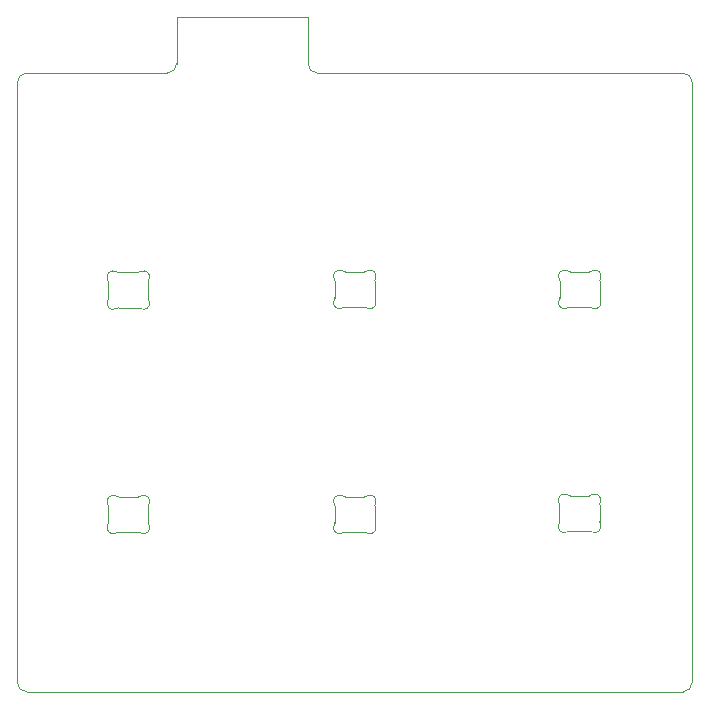
<source format=gbr>
G04 #@! TF.GenerationSoftware,KiCad,Pcbnew,8.0.2*
G04 #@! TF.CreationDate,2024-06-23T16:14:43-05:00*
G04 #@! TF.ProjectId,6KeyMacroPad,364b6579-4d61-4637-926f-5061642e6b69,rev?*
G04 #@! TF.SameCoordinates,Original*
G04 #@! TF.FileFunction,Profile,NP*
%FSLAX46Y46*%
G04 Gerber Fmt 4.6, Leading zero omitted, Abs format (unit mm)*
G04 Created by KiCad (PCBNEW 8.0.2) date 2024-06-23 16:14:43*
%MOMM*%
%LPD*%
G01*
G04 APERTURE LIST*
G04 #@! TA.AperFunction,Profile*
%ADD10C,0.050000*%
G04 #@! TD*
G04 #@! TA.AperFunction,Profile*
%ADD11C,0.100000*%
G04 #@! TD*
G04 APERTURE END LIST*
D10*
X142868750Y-119062500D02*
G75*
G02*
X142075000Y-118268750I50J793800D01*
G01*
X198437500Y-66675000D02*
G75*
G02*
X199231300Y-67468750I0J-793800D01*
G01*
X199231250Y-67468750D02*
X199225000Y-118268750D01*
X155575000Y-65881250D02*
G75*
G02*
X154781250Y-66675000I-793700J-50D01*
G01*
X142080664Y-72231250D02*
X142075000Y-118268750D01*
X199225000Y-118268750D02*
G75*
G02*
X198431250Y-119062500I-793800J50D01*
G01*
X142868750Y-119062500D02*
X198431250Y-119062500D01*
X155575000Y-65881250D02*
X155575000Y-61912500D01*
X142081250Y-67468750D02*
G75*
G02*
X142875000Y-66675050I793750J-50D01*
G01*
X142081250Y-67468750D02*
X142080664Y-72231250D01*
X167481250Y-66675000D02*
G75*
G02*
X166687500Y-65881250I50J793800D01*
G01*
X142875000Y-66675000D02*
X154781250Y-66675000D01*
X155575000Y-61912500D02*
X166687500Y-61912500D01*
X198437500Y-66675000D02*
X167481250Y-66675000D01*
X166687500Y-61912500D02*
X166687500Y-65881250D01*
D11*
X188006251Y-85699092D02*
X188006251Y-84293408D01*
X188911798Y-83496251D02*
X190500703Y-83496251D01*
X190500702Y-86496250D02*
X188911798Y-86496250D01*
X191406249Y-84293408D02*
X191406249Y-85699092D01*
X187956766Y-84076530D02*
G75*
G02*
X188006251Y-84293408I-450505J-216876D01*
G01*
X187956766Y-84076530D02*
G75*
G02*
X188659539Y-83427951I450515J216878D01*
G01*
X188006251Y-85699093D02*
G75*
G02*
X187956766Y-85915970I-499990J-1D01*
G01*
X188659539Y-86564547D02*
G75*
G02*
X187956766Y-85915970I-252258J431700D01*
G01*
X188659540Y-86564549D02*
G75*
G02*
X188911798Y-86496250I252261J-431710D01*
G01*
X188911797Y-83496250D02*
G75*
G02*
X188659539Y-83427951I3J500009D01*
G01*
X190500702Y-86496250D02*
G75*
G02*
X190752961Y-86564549I-2J-500011D01*
G01*
X190752961Y-83427952D02*
G75*
G02*
X190500703Y-83496251I-252261J431711D01*
G01*
X190752961Y-83427952D02*
G75*
G02*
X191455733Y-84076530I252259J-431699D01*
G01*
X191406249Y-84293407D02*
G75*
G02*
X191455732Y-84076529I499941J16D01*
G01*
X191455734Y-85915969D02*
G75*
G02*
X190752961Y-86564549I-450514J-216880D01*
G01*
X191455734Y-85915970D02*
G75*
G02*
X191406259Y-85699092I449916J216719D01*
G01*
X149787501Y-85755342D02*
X149787501Y-84349658D01*
X150693048Y-83552501D02*
X152281953Y-83552501D01*
X152281952Y-86552500D02*
X150693048Y-86552500D01*
X153187499Y-84349658D02*
X153187499Y-85755342D01*
X149738016Y-84132780D02*
G75*
G02*
X149787501Y-84349658I-450505J-216876D01*
G01*
X149738016Y-84132780D02*
G75*
G02*
X150440789Y-83484201I450515J216878D01*
G01*
X149787501Y-85755343D02*
G75*
G02*
X149738016Y-85972220I-499990J-1D01*
G01*
X150440789Y-86620797D02*
G75*
G02*
X149738016Y-85972220I-252258J431700D01*
G01*
X150440790Y-86620799D02*
G75*
G02*
X150693048Y-86552500I252261J-431710D01*
G01*
X150693047Y-83552500D02*
G75*
G02*
X150440789Y-83484201I3J500009D01*
G01*
X152281952Y-86552500D02*
G75*
G02*
X152534211Y-86620799I-2J-500011D01*
G01*
X152534211Y-83484202D02*
G75*
G02*
X152281953Y-83552501I-252261J431711D01*
G01*
X152534211Y-83484202D02*
G75*
G02*
X153236983Y-84132780I252259J-431699D01*
G01*
X153187499Y-84349657D02*
G75*
G02*
X153236982Y-84132779I499941J16D01*
G01*
X153236984Y-85972219D02*
G75*
G02*
X152534211Y-86620799I-450514J-216880D01*
G01*
X153236984Y-85972220D02*
G75*
G02*
X153187509Y-85755342I449916J216719D01*
G01*
X149787501Y-104755342D02*
X149787501Y-103349658D01*
X150693048Y-102552501D02*
X152281953Y-102552501D01*
X152281952Y-105552500D02*
X150693048Y-105552500D01*
X153187499Y-103349658D02*
X153187499Y-104755342D01*
X149738016Y-103132780D02*
G75*
G02*
X149787501Y-103349658I-450505J-216876D01*
G01*
X149738016Y-103132780D02*
G75*
G02*
X150440789Y-102484201I450515J216878D01*
G01*
X149787501Y-104755343D02*
G75*
G02*
X149738016Y-104972220I-499990J-1D01*
G01*
X150440789Y-105620797D02*
G75*
G02*
X149738016Y-104972220I-252258J431700D01*
G01*
X150440790Y-105620799D02*
G75*
G02*
X150693048Y-105552500I252261J-431710D01*
G01*
X150693047Y-102552500D02*
G75*
G02*
X150440789Y-102484201I3J500009D01*
G01*
X152281952Y-105552500D02*
G75*
G02*
X152534211Y-105620799I-2J-500011D01*
G01*
X152534211Y-102484202D02*
G75*
G02*
X152281953Y-102552501I-252261J431711D01*
G01*
X152534211Y-102484202D02*
G75*
G02*
X153236983Y-103132780I252259J-431699D01*
G01*
X153187499Y-103349657D02*
G75*
G02*
X153236982Y-103132779I499941J16D01*
G01*
X153236984Y-104972219D02*
G75*
G02*
X152534211Y-105620799I-450514J-216880D01*
G01*
X153236984Y-104972220D02*
G75*
G02*
X153187509Y-104755342I449916J216719D01*
G01*
X168956251Y-85699092D02*
X168956251Y-84293408D01*
X169861798Y-83496251D02*
X171450703Y-83496251D01*
X171450702Y-86496250D02*
X169861798Y-86496250D01*
X172356249Y-84293408D02*
X172356249Y-85699092D01*
X168906766Y-84076530D02*
G75*
G02*
X168956251Y-84293408I-450505J-216876D01*
G01*
X168906766Y-84076530D02*
G75*
G02*
X169609539Y-83427951I450515J216878D01*
G01*
X168956251Y-85699093D02*
G75*
G02*
X168906766Y-85915970I-499990J-1D01*
G01*
X169609539Y-86564547D02*
G75*
G02*
X168906766Y-85915970I-252258J431700D01*
G01*
X169609540Y-86564549D02*
G75*
G02*
X169861798Y-86496250I252261J-431710D01*
G01*
X169861797Y-83496250D02*
G75*
G02*
X169609539Y-83427951I3J500009D01*
G01*
X171450702Y-86496250D02*
G75*
G02*
X171702961Y-86564549I-2J-500011D01*
G01*
X171702961Y-83427952D02*
G75*
G02*
X171450703Y-83496251I-252261J431711D01*
G01*
X171702961Y-83427952D02*
G75*
G02*
X172405733Y-84076530I252259J-431699D01*
G01*
X172356249Y-84293407D02*
G75*
G02*
X172405732Y-84076529I499941J16D01*
G01*
X172405734Y-85915969D02*
G75*
G02*
X171702961Y-86564549I-450514J-216880D01*
G01*
X172405734Y-85915970D02*
G75*
G02*
X172356259Y-85699092I449916J216719D01*
G01*
X168956251Y-104749092D02*
X168956251Y-103343408D01*
X169861798Y-102546251D02*
X171450703Y-102546251D01*
X171450702Y-105546250D02*
X169861798Y-105546250D01*
X172356249Y-103343408D02*
X172356249Y-104749092D01*
X168906766Y-103126530D02*
G75*
G02*
X168956251Y-103343408I-450505J-216876D01*
G01*
X168906766Y-103126530D02*
G75*
G02*
X169609539Y-102477951I450515J216878D01*
G01*
X168956251Y-104749093D02*
G75*
G02*
X168906766Y-104965970I-499990J-1D01*
G01*
X169609539Y-105614547D02*
G75*
G02*
X168906766Y-104965970I-252258J431700D01*
G01*
X169609540Y-105614549D02*
G75*
G02*
X169861798Y-105546250I252261J-431710D01*
G01*
X169861797Y-102546250D02*
G75*
G02*
X169609539Y-102477951I3J500009D01*
G01*
X171450702Y-105546250D02*
G75*
G02*
X171702961Y-105614549I-2J-500011D01*
G01*
X171702961Y-102477952D02*
G75*
G02*
X171450703Y-102546251I-252261J431711D01*
G01*
X171702961Y-102477952D02*
G75*
G02*
X172405733Y-103126530I252259J-431699D01*
G01*
X172356249Y-103343407D02*
G75*
G02*
X172405732Y-103126529I499941J16D01*
G01*
X172405734Y-104965969D02*
G75*
G02*
X171702961Y-105614549I-450514J-216880D01*
G01*
X172405734Y-104965970D02*
G75*
G02*
X172356259Y-104749092I449916J216719D01*
G01*
X187987501Y-104655342D02*
X187987501Y-103249658D01*
X188893048Y-102452501D02*
X190481953Y-102452501D01*
X190481952Y-105452500D02*
X188893048Y-105452500D01*
X191387499Y-103249658D02*
X191387499Y-104655342D01*
X187938016Y-103032780D02*
G75*
G02*
X187987501Y-103249658I-450505J-216876D01*
G01*
X187938016Y-103032780D02*
G75*
G02*
X188640789Y-102384201I450515J216878D01*
G01*
X187987501Y-104655343D02*
G75*
G02*
X187938016Y-104872220I-499990J-1D01*
G01*
X188640789Y-105520797D02*
G75*
G02*
X187938016Y-104872220I-252258J431700D01*
G01*
X188640790Y-105520799D02*
G75*
G02*
X188893048Y-105452500I252261J-431710D01*
G01*
X188893047Y-102452500D02*
G75*
G02*
X188640789Y-102384201I3J500009D01*
G01*
X190481952Y-105452500D02*
G75*
G02*
X190734211Y-105520799I-2J-500011D01*
G01*
X190734211Y-102384202D02*
G75*
G02*
X190481953Y-102452501I-252261J431711D01*
G01*
X190734211Y-102384202D02*
G75*
G02*
X191436983Y-103032780I252259J-431699D01*
G01*
X191387499Y-103249657D02*
G75*
G02*
X191436982Y-103032779I499941J16D01*
G01*
X191436984Y-104872219D02*
G75*
G02*
X190734211Y-105520799I-450514J-216880D01*
G01*
X191436984Y-104872220D02*
G75*
G02*
X191387509Y-104655342I449916J216719D01*
G01*
M02*

</source>
